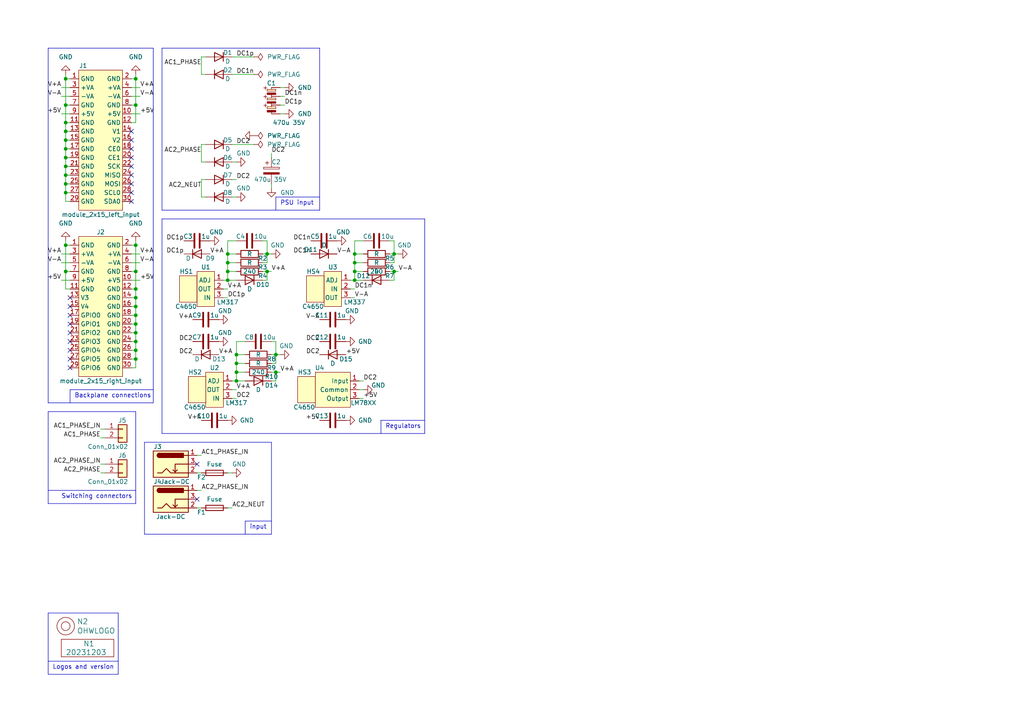
<source format=kicad_sch>
(kicad_sch (version 20230121) (generator eeschema)
  (paper "A4")
  (lib_symbols
    (symbol "Connector:Barrel_Jack_Switch" (pin_names hide)
      (property "Reference" "J" (at 0 5.334 0))
      (property "Value" "Barrel_Jack_Switch" (at 0 -5.08 0))
      (symbol "Barrel_Jack_Switch_0_1"
        (rectangle (start -5.08 3.81) (end 5.08 -3.81) (stroke (width 0.254)) (fill (type background)))
        (arc (start -3.302 3.175) (mid -3.9343 2.54) (end -3.302 1.905) (stroke (width 0.254)))
        (arc (start -3.302 3.175) (mid -3.9343 2.54) (end -3.302 1.905) (stroke (width 0.254)) (fill (type outline)))
        (polyline (pts (xy 1.27 -2.286) (xy 1.905 -1.651)) (stroke (width 0.254)))
        (polyline (pts (xy 5.08 2.54) (xy 3.81 2.54)) (stroke (width 0.254)))
        (polyline (pts (xy 5.08 0) (xy 1.27 0) (xy 1.27 -2.286) (xy 0.635 -1.651)) (stroke (width 0.254)))
        (polyline (pts (xy -3.81 -2.54) (xy -2.54 -2.54) (xy -1.27 -1.27) (xy 0 -2.54) (xy 2.54 -2.54) (xy 5.08 -2.54)) (stroke (width 0.254)))
        (rectangle (start 3.683 3.175) (end -3.302 1.905) (stroke (width 0.254)) (fill (type outline)))
      )
      (symbol "Barrel_Jack_Switch_1_1"
        (pin passive line (at 7.62 2.54 180) (length 2.54) (name "~") (number "1"))
        (pin passive line (at 7.62 -2.54 180) (length 2.54) (name "~") (number "2"))
        (pin passive line (at 7.62 0 180) (length 2.54) (name "~") (number "3"))
      )
    )
    (symbol "Connector_Generic:Conn_01x02" (pin_names (offset 1.016) hide)
      (property "Reference" "J" (at 0 2.54 0))
      (property "Value" "Conn_01x02" (at 0 -5.08 0))
      (symbol "Conn_01x02_1_1"
        (rectangle (start -1.27 -2.413) (end 0 -2.667) (stroke (width 0.1524)))
        (rectangle (start -1.27 0.127) (end 0 -0.127) (stroke (width 0.1524)))
        (rectangle (start -1.27 1.27) (end 1.27 -3.81) (stroke (width 0.254)) (fill (type background)))
        (pin passive line (at -5.08 0 0) (length 3.81) (name "Pin_1") (number "1"))
        (pin passive line (at -5.08 -2.54 0) (length 3.81) (name "Pin_2") (number "2"))
      )
    )
    (symbol "Device:C" (pin_numbers hide) (pin_names (offset 0.254))
      (property "Reference" "C" (at 0.635 2.54 0))
      (property "Value" "C" (at 0.635 -2.54 0))
      (symbol "C_0_1"
        (polyline (pts (xy -2.032 -0.762) (xy 2.032 -0.762)) (stroke (width 0.508)))
        (polyline (pts (xy -2.032 0.762) (xy 2.032 0.762)) (stroke (width 0.508)))
      )
      (symbol "C_1_1"
        (pin passive line (at 0 3.81 270) (length 2.794) (name "~") (number "1"))
        (pin passive line (at 0 -3.81 90) (length 2.794) (name "~") (number "2"))
      )
    )
    (symbol "Device:C_Polarized" (pin_numbers hide) (pin_names (offset 0.254))
      (property "Reference" "C" (at 0.635 2.54 0))
      (property "Value" "C_Polarized" (at 0.635 -2.54 0))
      (symbol "C_Polarized_0_1"
        (rectangle (start -2.286 0.508) (end 2.286 1.016))
        (polyline (pts (xy -1.778 2.286) (xy -0.762 2.286)))
        (polyline (pts (xy -1.27 2.794) (xy -1.27 1.778)))
        (rectangle (start 2.286 -0.508) (end -2.286 -1.016) (fill (type outline)))
      )
      (symbol "C_Polarized_1_1"
        (pin passive line (at 0 3.81 270) (length 2.794) (name "~") (number "1"))
        (pin passive line (at 0 -3.81 90) (length 2.794) (name "~") (number "2"))
      )
    )
    (symbol "Device:D" (pin_numbers hide) (pin_names (offset 1.016) hide)
      (property "Reference" "D" (at 0 2.54 0))
      (property "Value" "D" (at 0 -2.54 0))
      (symbol "D_0_1"
        (polyline (pts (xy -1.27 1.27) (xy -1.27 -1.27)) (stroke (width 0.254)))
        (polyline (pts (xy 1.27 0) (xy -1.27 0)))
        (polyline (pts (xy 1.27 1.27) (xy 1.27 -1.27) (xy -1.27 0) (xy 1.27 1.27)) (stroke (width 0.254)))
      )
      (symbol "D_1_1"
        (pin passive line (at -3.81 0 0) (length 2.54) (name "K") (number "1"))
        (pin passive line (at 3.81 0 180) (length 2.54) (name "A") (number "2"))
      )
    )
    (symbol "Device:Fuse" (pin_numbers hide) (pin_names (offset 0))
      (property "Reference" "F" (at 2.032 0 90))
      (property "Value" "Fuse" (at -1.905 0 90))
      (symbol "Fuse_0_1"
        (rectangle (start -0.762 -2.54) (end 0.762 2.54) (stroke (width 0.254)))
        (polyline (pts (xy 0 2.54) (xy 0 -2.54)))
      )
      (symbol "Fuse_1_1"
        (pin passive line (at 0 3.81 270) (length 1.27) (name "~") (number "1"))
        (pin passive line (at 0 -3.81 90) (length 1.27) (name "~") (number "2"))
      )
    )
    (symbol "Device:R" (pin_numbers hide) (pin_names (offset 0))
      (property "Reference" "R" (at 2.032 0 90))
      (property "Value" "R" (at 0 0 90))
      (symbol "R_0_1"
        (rectangle (start -1.016 -2.54) (end 1.016 2.54) (stroke (width 0.254)))
      )
      (symbol "R_1_1"
        (pin passive line (at 0 3.81 270) (length 1.27) (name "~") (number "1"))
        (pin passive line (at 0 -3.81 90) (length 1.27) (name "~") (number "2"))
      )
    )
    (symbol "SquantorConnectorsNamed:module_2x15_left_input"
      (property "Reference" "J" (at 0 21.59 0))
      (property "Value" "module_2x15_left_input" (at 0 -21.59 0))
      (symbol "module_2x15_left_input_0_1"
        (rectangle (start -6.35 20.32) (end 6.35 -20.32) (fill (type background)))
      )
      (symbol "module_2x15_left_input_1_1"
        (pin power_in line (at -8.89 17.78 0) (length 2.54) (name "GND") (number "1"))
        (pin power_in line (at 8.89 7.62 180) (length 2.54) (name "+5V") (number "10"))
        (pin power_in line (at -8.89 5.08 0) (length 2.54) (name "GND") (number "11"))
        (pin power_in line (at 8.89 5.08 180) (length 2.54) (name "GND") (number "12"))
        (pin power_in line (at -8.89 2.54 0) (length 2.54) (name "GND") (number "13"))
        (pin power_in line (at 8.89 2.54 180) (length 2.54) (name "V1") (number "14"))
        (pin power_in line (at -8.89 0 0) (length 2.54) (name "GND") (number "15"))
        (pin power_in line (at 8.89 0 180) (length 2.54) (name "V2") (number "16"))
        (pin power_in line (at -8.89 -2.54 0) (length 2.54) (name "GND") (number "17"))
        (pin input line (at 8.89 -2.54 180) (length 2.54) (name "CE0") (number "18"))
        (pin power_in line (at -8.89 -5.08 0) (length 2.54) (name "GND") (number "19"))
        (pin power_in line (at 8.89 17.78 180) (length 2.54) (name "GND") (number "2"))
        (pin input line (at 8.89 -5.08 180) (length 2.54) (name "CE1") (number "20"))
        (pin power_in line (at -8.89 -7.62 0) (length 2.54) (name "GND") (number "21"))
        (pin input line (at 8.89 -7.62 180) (length 2.54) (name "SCK") (number "22"))
        (pin power_in line (at -8.89 -10.16 0) (length 2.54) (name "GND") (number "23"))
        (pin bidirectional line (at 8.89 -10.16 180) (length 2.54) (name "MISO") (number "24"))
        (pin power_in line (at -8.89 -12.7 0) (length 2.54) (name "GND") (number "25"))
        (pin input line (at 8.89 -12.7 180) (length 2.54) (name "MOSI") (number "26"))
        (pin power_in line (at -8.89 -15.24 0) (length 2.54) (name "GND") (number "27"))
        (pin bidirectional line (at 8.89 -15.24 180) (length 2.54) (name "SCL0") (number "28"))
        (pin power_in line (at -8.89 -17.78 0) (length 2.54) (name "GND") (number "29"))
        (pin power_in line (at -8.89 15.24 0) (length 2.54) (name "+VA") (number "3"))
        (pin bidirectional line (at 8.89 -17.78 180) (length 2.54) (name "SDA0") (number "30"))
        (pin power_in line (at 8.89 15.24 180) (length 2.54) (name "+VA") (number "4"))
        (pin power_in line (at -8.89 12.7 0) (length 2.54) (name "-VA") (number "5"))
        (pin power_in line (at 8.89 12.7 180) (length 2.54) (name "-VA") (number "6"))
        (pin power_in line (at -8.89 10.16 0) (length 2.54) (name "GND") (number "7"))
        (pin power_in line (at 8.89 10.16 180) (length 2.54) (name "GND") (number "8"))
        (pin power_in line (at -8.89 7.62 0) (length 2.54) (name "+5V") (number "9"))
      )
    )
    (symbol "SquantorConnectorsNamed:module_2x15_right_input"
      (property "Reference" "J" (at 0 19.05 0))
      (property "Value" "module_2x15_right_input" (at 0 -24.13 0))
      (symbol "module_2x15_right_input_0_1"
        (rectangle (start -6.35 17.78) (end 6.35 -22.86) (fill (type background)))
      )
      (symbol "module_2x15_right_input_1_1"
        (pin power_in line (at -8.89 15.24 0) (length 2.54) (name "GND") (number "1"))
        (pin power_in line (at 8.89 5.08 180) (length 2.54) (name "+V5") (number "10"))
        (pin power_in line (at -8.89 2.54 0) (length 2.54) (name "GND") (number "11"))
        (pin power_in line (at 8.89 2.54 180) (length 2.54) (name "GND") (number "12"))
        (pin power_in line (at -8.89 0 0) (length 2.54) (name "V3") (number "13"))
        (pin power_in line (at 8.89 0 180) (length 2.54) (name "GND") (number "14"))
        (pin power_in line (at -8.89 -2.54 0) (length 2.54) (name "V4") (number "15"))
        (pin power_in line (at 8.89 -2.54 180) (length 2.54) (name "GND") (number "16"))
        (pin bidirectional line (at -8.89 -5.08 0) (length 2.54) (name "GPIO0") (number "17"))
        (pin power_in line (at 8.89 -5.08 180) (length 2.54) (name "GND") (number "18"))
        (pin bidirectional line (at -8.89 -7.62 0) (length 2.54) (name "GPIO1") (number "19"))
        (pin power_in line (at 8.89 15.24 180) (length 2.54) (name "GND") (number "2"))
        (pin power_in line (at 8.89 -7.62 180) (length 2.54) (name "GND") (number "20"))
        (pin bidirectional line (at -8.89 -10.16 0) (length 2.54) (name "GPIO2") (number "21"))
        (pin power_in line (at 8.89 -10.16 180) (length 2.54) (name "GND") (number "22"))
        (pin bidirectional line (at -8.89 -12.7 0) (length 2.54) (name "GPIO3") (number "23"))
        (pin power_in line (at 8.89 -12.7 180) (length 2.54) (name "GND") (number "24"))
        (pin bidirectional line (at -8.89 -15.24 0) (length 2.54) (name "GPIO4") (number "25"))
        (pin power_in line (at 8.89 -15.24 180) (length 2.54) (name "GND") (number "26"))
        (pin bidirectional line (at -8.89 -17.78 0) (length 2.54) (name "GPIO5") (number "27"))
        (pin power_in line (at 8.89 -17.78 180) (length 2.54) (name "GND") (number "28"))
        (pin bidirectional line (at -8.89 -20.32 0) (length 2.54) (name "GPIO6") (number "29"))
        (pin power_in line (at -8.89 12.7 0) (length 2.54) (name "+VA") (number "3"))
        (pin power_in line (at 8.89 -20.32 180) (length 2.54) (name "GND") (number "30"))
        (pin power_in line (at 8.89 12.7 180) (length 2.54) (name "+VA") (number "4"))
        (pin power_in line (at -8.89 10.16 0) (length 2.54) (name "-VA") (number "5"))
        (pin power_in line (at 8.89 10.16 180) (length 2.54) (name "-VA") (number "6"))
        (pin power_in line (at -8.89 7.62 0) (length 2.54) (name "GND") (number "7"))
        (pin power_in line (at 8.89 7.62 180) (length 2.54) (name "GND") (number "8"))
        (pin power_in line (at -8.89 5.08 0) (length 2.54) (name "+5V") (number "9"))
      )
    )
    (symbol "SquantorDevice:C_Polarized_3x" (pin_numbers hide) (pin_names hide)
      (property "Reference" "C" (at 0 5.08 0))
      (property "Value" "C_Polarized_3x" (at 0 -5.08 0))
      (symbol "C_Polarized_3x_0_0"
        (polyline (pts (xy 0 -3.302) (xy 0 -3.81)))
        (polyline (pts (xy 0 -0.762) (xy 0 -1.778)))
        (polyline (pts (xy 0 1.778) (xy 0 0.762)))
        (polyline (pts (xy 0 3.81) (xy 0 3.302)))
        (text "+" (at -1.778 -1.27 0) (effects (font (size 1.27 1.27))))
        (text "+" (at -1.778 1.27 0) (effects (font (size 1.27 1.27))))
        (text "+" (at -1.778 3.81 0) (effects (font (size 1.27 1.27))))
      )
      (symbol "C_Polarized_3x_0_1"
        (rectangle (start -1.27 -3.302) (end 1.27 -2.794) (fill (type outline)))
        (rectangle (start -1.27 -1.778) (end 1.27 -2.286) (fill (type background)))
        (rectangle (start -1.27 -0.762) (end 1.27 -0.254) (fill (type outline)))
        (rectangle (start -1.27 0.762) (end 1.27 0.254) (fill (type background)))
        (rectangle (start -1.27 1.778) (end 1.27 2.286) (fill (type outline)))
        (rectangle (start -1.27 3.302) (end 1.27 2.794) (fill (type background)))
      )
      (symbol "C_Polarized_3x_1_1"
        (pin passive line (at 2.54 3.81 180) (length 2.54) (name "~") (number "1"))
        (pin passive line (at 2.54 1.27 180) (length 2.54) (name "~") (number "2"))
        (pin passive line (at 2.54 -1.27 180) (length 2.54) (name "~") (number "3"))
        (pin passive line (at 2.54 -3.81 180) (length 2.54) (name "~") (number "4"))
      )
    )
    (symbol "SquantorGenericAnalog:LM317" (pin_names (offset 1.016))
      (property "Reference" "U" (at 0 6.35 0))
      (property "Value" "LM317" (at 0 -6.35 0))
      (symbol "LM317_0_1"
        (polyline (pts (xy -2.54 5.08) (xy -2.54 -5.08) (xy 2.54 -5.08) (xy 2.54 5.08) (xy -2.54 5.08)) (fill (type background)))
      )
      (symbol "LM317_1_1"
        (pin input line (at -5.08 2.54 0) (length 2.54) (name "ADJ") (number "1"))
        (pin power_out line (at -5.08 0 0) (length 2.54) (name "OUT") (number "2"))
        (pin power_in line (at -5.08 -2.54 0) (length 2.54) (name "IN") (number "3"))
      )
    )
    (symbol "SquantorGenericAnalog:LM337" (pin_names (offset 1.016))
      (property "Reference" "U" (at 0 6.35 0))
      (property "Value" "LM337" (at 0 -6.35 0))
      (symbol "LM337_0_1"
        (polyline (pts (xy -2.54 5.08) (xy -2.54 -5.08) (xy 2.54 -5.08) (xy 2.54 5.08) (xy -2.54 5.08)) (fill (type background)))
      )
      (symbol "LM337_1_1"
        (pin input line (at -5.08 2.54 0) (length 2.54) (name "ADJ") (number "1"))
        (pin power_in line (at -5.08 0 0) (length 2.54) (name "IN") (number "2"))
        (pin power_out line (at -5.08 -2.54 0) (length 2.54) (name "OUT") (number "3"))
      )
    )
    (symbol "SquantorGenericAnalog:LM78XX"
      (property "Reference" "U" (at -3.81 6.35 0))
      (property "Value" "LM78XX" (at 1.27 -6.35 0))
      (symbol "LM78XX_0_1"
        (rectangle (start -5.08 5.08) (end 5.08 -5.08) (fill (type background)))
      )
      (symbol "LM78XX_1_1"
        (pin power_in line (at -7.62 2.54 0) (length 2.54) (name "Input") (number "1"))
        (pin power_in line (at -7.62 0 0) (length 2.54) (name "Common") (number "2"))
        (pin power_out line (at -7.62 -2.54 0) (length 2.54) (name "Output") (number "3"))
      )
    )
    (symbol "SquantorLabels:OHWLOGO" (pin_names (offset 1.016))
      (property "Reference" "N" (at 0 3.81 0))
      (property "Value" "OHWLOGO" (at 0 -3.81 0))
      (symbol "OHWLOGO_0_1"
        (circle (center 0 0) (radius 1.27))
        (circle (center 0 0) (radius 2.54))
      )
    )
    (symbol "SquantorLabels:VYYYYMMDD" (pin_names (offset 1.016))
      (property "Reference" "N" (at 0 2.54 0))
      (property "Value" "VYYYYMMDD" (at 0 0 0))
      (symbol "VYYYYMMDD_0_1"
        (rectangle (start 7.62 -1.27) (end -7.62 3.81))
      )
    )
    (symbol "SquantorSpecial:Heatsink" (pin_names (offset 1.016))
      (property "Reference" "HS" (at 0 3.81 0))
      (property "Value" "Heatsink" (at 0 -3.81 0))
      (symbol "Heatsink_0_1"
        (rectangle (start -3.81 2.54) (end 3.81 -2.54) (fill (type background)))
      )
    )
    (symbol "power:GND" (power) (pin_names (offset 0))
      (property "Value" "GND" (at 0 -3.81 0))
      (symbol "GND_0_1"
        (polyline (pts (xy 0 0) (xy 0 -1.27) (xy 1.27 -1.27) (xy 0 -2.54) (xy -1.27 -1.27) (xy 0 -1.27)))
      )
      (symbol "GND_1_1"
        (pin power_in line (at 0 0 270) (length 0) hide (name "GND") (number "1"))
      )
    )
    (symbol "power:PWR_FLAG" (power) (pin_numbers hide) (pin_names (offset 0) hide)
      (property "Value" "PWR_FLAG" (at 0 3.81 0))
      (symbol "PWR_FLAG_0_0"
        (pin power_out line (at 0 0 90) (length 0) (name "pwr") (number "1"))
      )
      (symbol "PWR_FLAG_0_1"
        (polyline (pts (xy 0 0) (xy 0 1.27) (xy -1.016 1.905) (xy 0 2.54) (xy 1.016 1.905) (xy 0 1.27)))
      )
    )
  )
  (junction (at 19.05 71.12))
  (junction (at 102.87 76.2))
  (junction (at 102.87 78.74))
  (junction (at 19.05 38.1))
  (junction (at 39.37 101.6))
  (junction (at 19.05 48.26))
  (junction (at 19.05 55.88))
  (junction (at 39.37 91.44))
  (junction (at 39.37 22.86))
  (junction (at 19.05 35.56))
  (junction (at 39.37 88.9))
  (junction (at 19.05 40.64))
  (junction (at 39.37 104.14))
  (junction (at 102.87 73.66))
  (junction (at 114.3 73.66))
  (junction (at 19.05 53.34))
  (junction (at 80.01 102.87))
  (junction (at 68.58 107.95))
  (junction (at 77.47 78.74))
  (junction (at 19.05 78.74))
  (junction (at 39.37 96.52))
  (junction (at 39.37 86.36))
  (junction (at 102.87 81.28))
  (junction (at 66.04 78.74))
  (junction (at 66.04 81.28))
  (junction (at 68.58 102.87))
  (junction (at 77.47 73.66))
  (junction (at 68.58 105.41))
  (junction (at 66.04 73.66))
  (junction (at 19.05 50.8))
  (junction (at 80.01 107.95))
  (junction (at 39.37 30.48))
  (junction (at 66.04 76.2))
  (junction (at 114.3 78.74))
  (junction (at 19.05 43.18))
  (junction (at 19.05 30.48))
  (junction (at 19.05 45.72))
  (junction (at 39.37 71.12))
  (junction (at 68.58 110.49))
  (junction (at 39.37 99.06))
  (junction (at 19.05 22.86))
  (junction (at 39.37 93.98))
  (junction (at 39.37 78.74))
  (junction (at 39.37 83.82))
  (no_connect (at 38.1 50.8))
  (no_connect (at 38.1 38.1))
  (no_connect (at 38.1 55.88))
  (no_connect (at 38.1 43.18))
  (no_connect (at 20.32 99.06))
  (no_connect (at 38.1 48.26))
  (no_connect (at 20.32 86.36))
  (no_connect (at 20.32 88.9))
  (no_connect (at 38.1 40.64))
  (no_connect (at 20.32 104.14))
  (no_connect (at 38.1 53.34))
  (no_connect (at 20.32 96.52))
  (no_connect (at 20.32 106.68))
  (no_connect (at 38.1 58.42))
  (no_connect (at 38.1 45.72))
  (no_connect (at 57.15 144.78))
  (no_connect (at 20.32 91.44))
  (no_connect (at 20.32 93.98))
  (no_connect (at 57.15 134.62))
  (no_connect (at 20.32 101.6))
  (wire (pts (xy 114.3 81.28) (xy 114.3 78.74)))
  (polyline (pts (xy 20.32 113.03) (xy 20.32 116.84)))
  (wire (pts (xy 29.21 134.62) (xy 30.48 134.62)))
  (wire (pts (xy 57.15 137.16) (xy 58.42 137.16)))
  (wire (pts (xy 19.05 53.34) (xy 19.05 55.88)))
  (wire (pts (xy 80.01 105.41) (xy 80.01 102.87)))
  (wire (pts (xy 114.3 73.66) (xy 114.3 69.85)))
  (wire (pts (xy 19.05 35.56) (xy 19.05 38.1)))
  (wire (pts (xy 19.05 45.72) (xy 20.32 45.72)))
  (wire (pts (xy 19.05 30.48) (xy 20.32 30.48)))
  (polyline (pts (xy 123.19 121.92) (xy 110.49 121.92)))
  (wire (pts (xy 19.05 43.18) (xy 20.32 43.18)))
  (wire (pts (xy 113.03 73.66) (xy 114.3 73.66)))
  (wire (pts (xy 101.6 81.28) (xy 102.87 81.28)))
  (wire (pts (xy 19.05 55.88) (xy 20.32 55.88)))
  (wire (pts (xy 19.05 22.86) (xy 19.05 30.48)))
  (polyline (pts (xy 123.19 125.73) (xy 123.19 63.5)))
  (wire (pts (xy 67.31 113.03) (xy 68.58 113.03)))
  (wire (pts (xy 68.58 99.06) (xy 68.58 102.87)))
  (wire (pts (xy 81.28 33.02) (xy 82.55 33.02)))
  (wire (pts (xy 68.58 105.41) (xy 71.12 105.41)))
  (wire (pts (xy 57.15 147.32) (xy 58.42 147.32)))
  (wire (pts (xy 38.1 25.4) (xy 40.64 25.4)))
  (wire (pts (xy 39.37 71.12) (xy 39.37 69.85)))
  (wire (pts (xy 19.05 45.72) (xy 19.05 48.26)))
  (wire (pts (xy 39.37 88.9) (xy 39.37 86.36)))
  (polyline (pts (xy 13.97 177.8) (xy 13.97 195.58)))
  (wire (pts (xy 67.31 57.15) (xy 68.58 57.15)))
  (polyline (pts (xy 41.91 128.27) (xy 41.91 154.94)))
  (polyline (pts (xy 34.29 177.8) (xy 13.97 177.8)))
  (wire (pts (xy 38.1 76.2) (xy 40.64 76.2)))
  (wire (pts (xy 19.05 21.59) (xy 19.05 22.86)))
  (wire (pts (xy 64.77 83.82) (xy 66.04 83.82)))
  (polyline (pts (xy 46.99 13.97) (xy 46.99 60.96)))
  (wire (pts (xy 80.01 102.87) (xy 81.28 102.87)))
  (wire (pts (xy 39.37 91.44) (xy 39.37 88.9)))
  (wire (pts (xy 38.1 81.28) (xy 40.64 81.28)))
  (wire (pts (xy 58.42 52.07) (xy 58.42 57.15)))
  (wire (pts (xy 59.69 16.51) (xy 58.42 16.51)))
  (polyline (pts (xy 46.99 63.5) (xy 123.19 63.5)))
  (wire (pts (xy 104.14 113.03) (xy 105.41 113.03)))
  (polyline (pts (xy 78.74 151.13) (xy 71.12 151.13)))
  (polyline (pts (xy 13.97 146.05) (xy 39.37 146.05)))
  (polyline (pts (xy 44.45 116.84) (xy 44.45 13.97)))
  (wire (pts (xy 38.1 73.66) (xy 40.64 73.66)))
  (wire (pts (xy 113.03 76.2) (xy 114.3 76.2)))
  (wire (pts (xy 59.69 57.15) (xy 58.42 57.15)))
  (wire (pts (xy 19.05 38.1) (xy 19.05 40.64)))
  (wire (pts (xy 39.37 22.86) (xy 38.1 22.86)))
  (wire (pts (xy 19.05 50.8) (xy 19.05 53.34)))
  (wire (pts (xy 102.87 76.2) (xy 102.87 78.74)))
  (wire (pts (xy 80.01 102.87) (xy 80.01 99.06)))
  (wire (pts (xy 59.69 21.59) (xy 58.42 21.59)))
  (wire (pts (xy 39.37 35.56) (xy 38.1 35.56)))
  (wire (pts (xy 39.37 106.68) (xy 39.37 104.14)))
  (wire (pts (xy 68.58 73.66) (xy 66.04 73.66)))
  (polyline (pts (xy 41.91 128.27) (xy 78.74 128.27)))
  (wire (pts (xy 58.42 41.91) (xy 58.42 46.99)))
  (wire (pts (xy 17.78 27.94) (xy 20.32 27.94)))
  (wire (pts (xy 66.04 73.66) (xy 66.04 76.2)))
  (wire (pts (xy 66.04 76.2) (xy 68.58 76.2)))
  (polyline (pts (xy 92.71 13.97) (xy 92.71 60.96)))
  (polyline (pts (xy 13.97 116.84) (xy 44.45 116.84)))
  (polyline (pts (xy 13.97 119.38) (xy 13.97 146.05)))
  (wire (pts (xy 71.12 99.06) (xy 68.58 99.06)))
  (wire (pts (xy 102.87 73.66) (xy 102.87 76.2)))
  (wire (pts (xy 19.05 43.18) (xy 19.05 45.72)))
  (wire (pts (xy 81.28 30.48) (xy 82.55 30.48)))
  (wire (pts (xy 39.37 30.48) (xy 39.37 35.56)))
  (wire (pts (xy 19.05 38.1) (xy 20.32 38.1)))
  (wire (pts (xy 78.74 44.45) (xy 78.74 45.72)))
  (wire (pts (xy 67.31 21.59) (xy 73.66 21.59)))
  (polyline (pts (xy 78.74 128.27) (xy 78.74 154.94)))
  (wire (pts (xy 38.1 106.68) (xy 39.37 106.68)))
  (wire (pts (xy 58.42 52.07) (xy 59.69 52.07)))
  (wire (pts (xy 19.05 58.42) (xy 20.32 58.42)))
  (wire (pts (xy 76.2 73.66) (xy 77.47 73.66)))
  (wire (pts (xy 38.1 104.14) (xy 39.37 104.14)))
  (wire (pts (xy 19.05 71.12) (xy 19.05 69.85)))
  (wire (pts (xy 38.1 86.36) (xy 39.37 86.36)))
  (polyline (pts (xy 46.99 125.73) (xy 123.19 125.73)))
  (wire (pts (xy 66.04 137.16) (xy 67.31 137.16)))
  (wire (pts (xy 68.58 102.87) (xy 68.58 105.41)))
  (wire (pts (xy 17.78 76.2) (xy 20.32 76.2)))
  (wire (pts (xy 77.47 69.85) (xy 76.2 69.85)))
  (wire (pts (xy 17.78 81.28) (xy 20.32 81.28)))
  (polyline (pts (xy 71.12 151.13) (xy 71.12 154.94)))
  (wire (pts (xy 39.37 21.59) (xy 39.37 22.86)))
  (wire (pts (xy 19.05 48.26) (xy 19.05 50.8)))
  (wire (pts (xy 78.74 107.95) (xy 80.01 107.95)))
  (wire (pts (xy 19.05 35.56) (xy 20.32 35.56)))
  (wire (pts (xy 19.05 48.26) (xy 20.32 48.26)))
  (wire (pts (xy 104.14 110.49) (xy 105.41 110.49)))
  (wire (pts (xy 29.21 127) (xy 30.48 127)))
  (wire (pts (xy 38.1 27.94) (xy 40.64 27.94)))
  (wire (pts (xy 19.05 50.8) (xy 20.32 50.8)))
  (wire (pts (xy 77.47 76.2) (xy 77.47 73.66)))
  (wire (pts (xy 68.58 105.41) (xy 68.58 107.95)))
  (wire (pts (xy 19.05 30.48) (xy 19.05 35.56)))
  (wire (pts (xy 113.03 78.74) (xy 114.3 78.74)))
  (wire (pts (xy 39.37 101.6) (xy 39.37 99.06)))
  (wire (pts (xy 77.47 81.28) (xy 77.47 78.74)))
  (polyline (pts (xy 44.45 113.03) (xy 20.32 113.03)))
  (wire (pts (xy 114.3 69.85) (xy 113.03 69.85)))
  (wire (pts (xy 38.1 83.82) (xy 39.37 83.82)))
  (wire (pts (xy 67.31 115.57) (xy 68.58 115.57)))
  (polyline (pts (xy 46.99 60.96) (xy 92.71 60.96)))
  (wire (pts (xy 19.05 53.34) (xy 20.32 53.34)))
  (wire (pts (xy 39.37 78.74) (xy 39.37 71.12)))
  (wire (pts (xy 38.1 96.52) (xy 39.37 96.52)))
  (polyline (pts (xy 46.99 63.5) (xy 46.99 125.73)))
  (wire (pts (xy 67.31 52.07) (xy 68.58 52.07)))
  (wire (pts (xy 66.04 147.32) (xy 67.31 147.32)))
  (wire (pts (xy 102.87 78.74) (xy 105.41 78.74)))
  (wire (pts (xy 80.01 110.49) (xy 80.01 107.95)))
  (wire (pts (xy 64.77 81.28) (xy 66.04 81.28)))
  (wire (pts (xy 57.15 142.24) (xy 58.42 142.24)))
  (wire (pts (xy 68.58 107.95) (xy 71.12 107.95)))
  (wire (pts (xy 102.87 76.2) (xy 105.41 76.2)))
  (wire (pts (xy 105.41 73.66) (xy 102.87 73.66)))
  (wire (pts (xy 57.15 132.08) (xy 58.42 132.08)))
  (wire (pts (xy 19.05 40.64) (xy 19.05 43.18)))
  (wire (pts (xy 105.41 81.28) (xy 102.87 81.28)))
  (wire (pts (xy 78.74 102.87) (xy 80.01 102.87)))
  (wire (pts (xy 29.21 124.46) (xy 30.48 124.46)))
  (wire (pts (xy 39.37 30.48) (xy 38.1 30.48)))
  (wire (pts (xy 114.3 78.74) (xy 115.57 78.74)))
  (wire (pts (xy 77.47 73.66) (xy 77.47 69.85)))
  (wire (pts (xy 39.37 99.06) (xy 39.37 96.52)))
  (polyline (pts (xy 34.29 195.58) (xy 34.29 177.8)))
  (wire (pts (xy 17.78 25.4) (xy 20.32 25.4)))
  (wire (pts (xy 39.37 86.36) (xy 39.37 83.82)))
  (wire (pts (xy 101.6 86.36) (xy 102.87 86.36)))
  (polyline (pts (xy 13.97 195.58) (xy 34.29 195.58)))
  (wire (pts (xy 39.37 93.98) (xy 39.37 91.44)))
  (wire (pts (xy 102.87 81.28) (xy 102.87 78.74)))
  (wire (pts (xy 38.1 78.74) (xy 39.37 78.74)))
  (polyline (pts (xy 13.97 13.97) (xy 13.97 116.84)))
  (wire (pts (xy 113.03 81.28) (xy 114.3 81.28)))
  (wire (pts (xy 71.12 110.49) (xy 68.58 110.49)))
  (wire (pts (xy 68.58 110.49) (xy 68.58 107.95)))
  (wire (pts (xy 66.04 76.2) (xy 66.04 78.74)))
  (wire (pts (xy 78.74 53.34) (xy 78.74 54.61)))
  (wire (pts (xy 66.04 78.74) (xy 68.58 78.74)))
  (wire (pts (xy 66.04 69.85) (xy 66.04 73.66)))
  (wire (pts (xy 81.28 25.4) (xy 82.55 25.4)))
  (wire (pts (xy 71.12 102.87) (xy 68.58 102.87)))
  (wire (pts (xy 29.21 137.16) (xy 30.48 137.16)))
  (wire (pts (xy 38.1 71.12) (xy 39.37 71.12)))
  (wire (pts (xy 67.31 110.49) (xy 68.58 110.49)))
  (wire (pts (xy 67.31 16.51) (xy 73.66 16.51)))
  (wire (pts (xy 101.6 83.82) (xy 102.87 83.82)))
  (wire (pts (xy 39.37 96.52) (xy 39.37 93.98)))
  (wire (pts (xy 67.31 46.99) (xy 68.58 46.99)))
  (polyline (pts (xy 39.37 146.05) (xy 39.37 119.38)))
  (wire (pts (xy 64.77 86.36) (xy 66.04 86.36)))
  (wire (pts (xy 17.78 73.66) (xy 20.32 73.66)))
  (polyline (pts (xy 13.97 142.24) (xy 39.37 142.24)))
  (wire (pts (xy 114.3 73.66) (xy 115.57 73.66)))
  (wire (pts (xy 39.37 22.86) (xy 39.37 30.48)))
  (wire (pts (xy 17.78 33.02) (xy 20.32 33.02)))
  (wire (pts (xy 39.37 83.82) (xy 39.37 78.74)))
  (wire (pts (xy 38.1 91.44) (xy 39.37 91.44)))
  (wire (pts (xy 77.47 78.74) (xy 78.74 78.74)))
  (wire (pts (xy 80.01 99.06) (xy 78.74 99.06)))
  (polyline (pts (xy 78.74 154.94) (xy 41.91 154.94)))
  (wire (pts (xy 19.05 83.82) (xy 19.05 78.74)))
  (wire (pts (xy 39.37 104.14) (xy 39.37 101.6)))
  (wire (pts (xy 38.1 88.9) (xy 39.37 88.9)))
  (wire (pts (xy 80.01 107.95) (xy 81.28 107.95)))
  (wire (pts (xy 19.05 55.88) (xy 19.05 58.42)))
  (wire (pts (xy 59.69 41.91) (xy 58.42 41.91)))
  (wire (pts (xy 19.05 78.74) (xy 19.05 71.12)))
  (wire (pts (xy 20.32 78.74) (xy 19.05 78.74)))
  (wire (pts (xy 76.2 81.28) (xy 77.47 81.28)))
  (wire (pts (xy 102.87 69.85) (xy 102.87 73.66)))
  (wire (pts (xy 38.1 101.6) (xy 39.37 101.6)))
  (wire (pts (xy 38.1 93.98) (xy 39.37 93.98)))
  (wire (pts (xy 19.05 22.86) (xy 20.32 22.86)))
  (wire (pts (xy 78.74 105.41) (xy 80.01 105.41)))
  (polyline (pts (xy 110.49 121.92) (xy 110.49 125.73)))
  (polyline (pts (xy 92.71 57.15) (xy 80.01 57.15)))
  (polyline (pts (xy 39.37 119.38) (xy 13.97 119.38)))
  (wire (pts (xy 76.2 76.2) (xy 77.47 76.2)))
  (wire (pts (xy 114.3 76.2) (xy 114.3 73.66)))
  (wire (pts (xy 20.32 83.82) (xy 19.05 83.82)))
  (wire (pts (xy 68.58 81.28) (xy 66.04 81.28)))
  (wire (pts (xy 38.1 33.02) (xy 40.64 33.02)))
  (wire (pts (xy 58.42 16.51) (xy 58.42 21.59)))
  (polyline (pts (xy 80.01 57.15) (xy 80.01 60.96)))
  (wire (pts (xy 38.1 99.06) (xy 39.37 99.06)))
  (wire (pts (xy 20.32 71.12) (xy 19.05 71.12)))
  (wire (pts (xy 19.05 40.64) (xy 20.32 40.64)))
  (polyline (pts (xy 13.97 191.77) (xy 34.29 191.77)))
  (wire (pts (xy 77.47 73.66) (xy 78.74 73.66)))
  (polyline (pts (xy 44.45 13.97) (xy 13.97 13.97)))
  (wire (pts (xy 76.2 78.74) (xy 77.47 78.74)))
  (wire (pts (xy 81.28 27.94) (xy 82.55 27.94)))
  (wire (pts (xy 78.74 110.49) (xy 80.01 110.49)))
  (polyline (pts (xy 92.71 13.97) (xy 46.99 13.97)))
  (wire (pts (xy 104.14 115.57) (xy 105.41 115.57)))
  (wire (pts (xy 105.41 69.85) (xy 102.87 69.85)))
  (wire (pts (xy 67.31 41.91) (xy 73.66 41.91)))
  (wire (pts (xy 68.58 69.85) (xy 66.04 69.85)))
  (wire (pts (xy 59.69 46.99) (xy 58.42 46.99)))
  (wire (pts (xy 66.04 81.28) (xy 66.04 78.74)))
  (text "Backplane connections" (at 21.59 115.57 0) (effects (font (size 1.27 1.27)) (justify left bottom)))
  (text "input" (at 72.39 153.67 0) (effects (font (size 1.27 1.27)) (justify left bottom)))
  (text "Logos and version" (at 15.24 194.31 0) (effects (font (size 1.27 1.27)) (justify left bottom)))
  (text "PSU input" (at 81.28 59.69 0) (effects (font (size 1.27 1.27)) (justify left bottom)))
  (text "Switching connectors" (at 17.78 144.78 0) (effects (font (size 1.27 1.27)) (justify left bottom)))
  (text "Regulators" (at 111.76 124.46 0) (effects (font (size 1.27 1.27)) (justify left bottom)))
  (label "+5V" (at 40.64 33.02 0))
  (label "DC1n" (at 102.87 83.82 0))
  (label "DC2" (at 68.58 52.07 0))
  (label "V+A" (at 78.74 78.74 0))
  (label "AC2_NEUT" (at 58.42 54.61 180))
  (label "AC2_PHASE_IN" (at 29.21 134.62 180))
  (label "DC2" (at 78.74 44.45 0))
  (label "+5V" (at 100.33 102.87 0))
  (label "+5V" (at 92.71 121.92 180))
  (label "DC1p" (at 53.34 69.85 180))
  (label "DC1p" (at 53.34 73.66 180))
  (label "V+A" (at 58.42 121.92 180))
  (label "AC1_PHASE" (at 58.42 19.05 180))
  (label "DC1n" (at 90.17 69.85 180))
  (label "V-A" (at 17.78 76.2 180))
  (label "DC2" (at 68.58 115.57 0))
  (label "AC2_PHASE" (at 58.42 44.45 180))
  (label "V+A" (at 55.88 92.71 180))
  (label "AC1_PHASE_IN" (at 58.42 132.08 0))
  (label "V-A" (at 40.64 76.2 0))
  (label "V+A" (at 17.78 73.66 180))
  (label "V-A" (at 102.87 86.36 0))
  (label "DC1p" (at 66.04 86.36 0))
  (label "DC1n" (at 68.58 21.59 0))
  (label "AC1_PHASE_IN" (at 29.21 124.46 180))
  (label "V-A" (at 17.78 27.94 180))
  (label "V+A" (at 63.5 102.87 0))
  (label "V-A" (at 115.57 78.74 0))
  (label "+5V" (at 17.78 33.02 180))
  (label "V+A" (at 40.64 25.4 0))
  (label "V+A" (at 40.64 73.66 0))
  (label "V+A" (at 66.04 83.82 0))
  (label "+5V" (at 105.41 115.57 0))
  (label "DC2" (at 68.58 41.91 0))
  (label "+5V" (at 40.64 81.28 0))
  (label "V-A" (at 40.64 27.94 0))
  (label "DC2" (at 92.71 102.87 180))
  (label "DC1n" (at 82.55 27.94 0))
  (label "AC2_PHASE" (at 29.21 137.16 180))
  (label "V+A" (at 17.78 25.4 180))
  (label "AC2_NEUT" (at 67.31 147.32 0))
  (label "DC1p" (at 68.58 16.51 0))
  (label "DC1p" (at 82.55 30.48 0))
  (label "V+A" (at 68.58 113.03 0))
  (label "V-A" (at 97.79 73.66 0))
  (label "DC1n" (at 90.17 73.66 180))
  (label "DC2" (at 55.88 102.87 180))
  (label "V-A" (at 92.71 92.71 180))
  (label "AC1_PHASE" (at 29.21 127 180))
  (label "DC2" (at 55.88 99.06 180))
  (label "DC2" (at 92.71 99.06 180))
  (label "V+A" (at 81.28 107.95 0))
  (label "+5V" (at 17.78 81.28 180))
  (label "DC2" (at 105.41 110.49 0))
  (label "AC2_PHASE_IN" (at 58.42 142.24 0))
  (label "V+A" (at 60.96 73.66 0))
  (symbol (lib_id "SquantorLabels:VYYYYMMDD") (at 25.4 189.23 0) (unit 1)
    (property "Reference" "N1" (at 24.13 186.69 0) (effects (font (size 1.524 1.524)) (justify left)))
    (property "Value" "20231203" (at 19.05 189.23 0) (effects (font (size 1.524 1.524)) (justify left)))
    (property "Footprint" "SquantorLabels:Label_Generic" (effects hide))
  )
  (symbol (lib_id "SquantorLabels:OHWLOGO") (at 19.05 181.61 0) (unit 1)
    (property "Reference" "N2" (at 22.3012 180.2638 0) (effects (font (size 1.524 1.524)) (justify left)))
    (property "Value" "OHWLOGO" (at 22.3012 182.9562 0) (effects (font (size 1.524 1.524)) (justify left)))
    (property "Footprint" "Symbol:OSHW-Symbol_6.7x6mm_SilkScreen" (effects hide))
  )
  (symbol (lib_id "Device:C") (at 109.22 69.85 90) (unit 1)
    (property "Reference" "C6" (at 107.95 68.58 90) (effects (justify left)))
    (property "Value" "10u" (at 114.3 68.58 90) (effects (justify left)))
    (property "Footprint" "SquantorRcl:C_0805+0603" (effects hide))
  )
  (symbol (lib_id "power:GND") (at 100.33 99.06 90) (unit 1)
    (property "Reference" "#PWR0119" (effects hide))
    (property "Value" "GND" (at 107.95 99.06 90) (effects (justify left)))
  )
  (symbol (lib_id "Device:Fuse") (at 62.23 137.16 90) (unit 1)
    (property "Reference" "F2" (at 58.42 138.43 90))
    (property "Value" "Fuse" (at 62.23 134.62 90))
    (property "Footprint" "SquantorRcl:F_1812-bourns" (effects hide))
  )
  (symbol (lib_id "power:GND") (at 66.04 121.92 90) (unit 1)
    (property "Reference" "#PWR0114" (effects hide))
    (property "Value" "GND" (at 73.66 121.92 90) (effects (justify left)))
  )
  (symbol (lib_id "Device:C") (at 59.69 99.06 90) (unit 1)
    (property "Reference" "C7" (at 58.42 97.79 90) (effects (justify left)))
    (property "Value" "1u" (at 63.5 97.79 90) (effects (justify left)))
    (property "Footprint" "SquantorRcl:C_0805+0603" (effects hide))
  )
  (symbol (lib_id "power:GND") (at 63.5 99.06 90) (unit 1)
    (property "Reference" "#PWR0112" (effects hide))
    (property "Value" "GND" (at 67.31 96.52 90) (effects (justify left)))
  )
  (symbol (lib_id "SquantorSpecial:Heatsink") (at 57.15 113.03 90) (unit 1)
    (property "Reference" "HS2" (at 54.61 107.95 90) (effects (justify right)))
    (property "Value" "C4650" (at 53.34 118.11 90) (effects (justify right)))
    (property "Footprint" "SquantorHeatsink:XSD_C4650" (effects hide))
  )
  (symbol (lib_id "Device:Fuse") (at 62.23 147.32 90) (unit 1)
    (property "Reference" "F1" (at 58.42 148.59 90))
    (property "Value" "Fuse" (at 62.23 144.78 90))
    (property "Footprint" "SquantorRcl:F_1812-bourns" (effects hide))
  )
  (symbol (lib_id "power:GND") (at 73.66 39.37 270) (unit 1)
    (property "Reference" "#PWR04" (effects hide))
    (property "Value" "GND" (effects hide))
  )
  (symbol (lib_id "Device:D") (at 63.5 57.15 0) (unit 1)
    (property "Reference" "D8" (at 66.04 55.88 0))
    (property "Value" "D" (at 66.04 58.42 0))
    (property "Footprint" "SquantorDiodes:SOD-123F-hand" (effects hide))
    (property "Sim.Device" "D" (effects hide))
    (property "Sim.Pins" "1=K 2=A" (effects hide))
  )
  (symbol (lib_id "power:PWR_FLAG") (at 73.66 16.51 270) (unit 1)
    (property "Reference" "#FLG01" (effects hide))
    (property "Value" "PWR_FLAG" (at 77.47 16.5099 90) (effects (justify left)))
  )
  (symbol (lib_id "Device:D") (at 63.5 16.51 180) (unit 1)
    (property "Reference" "D1" (at 66.04 15.24 0))
    (property "Value" "D" (at 66.04 17.78 0))
    (property "Footprint" "SquantorDiodes:SOD-123F-hand" (effects hide))
    (property "Sim.Device" "D" (effects hide))
    (property "Sim.Pins" "1=K 2=A" (effects hide))
  )
  (symbol (lib_id "Device:D") (at 63.5 46.99 0) (unit 1)
    (property "Reference" "D6" (at 66.04 45.72 0))
    (property "Value" "D" (at 66.04 48.26 0))
    (property "Footprint" "SquantorDiodes:SOD-123F-hand" (effects hide))
    (property "Sim.Device" "D" (effects hide))
    (property "Sim.Pins" "1=K 2=A" (effects hide))
  )
  (symbol (lib_id "Device:D") (at 63.5 41.91 180) (unit 1)
    (property "Reference" "D5" (at 66.04 40.64 0))
    (property "Value" "D" (at 66.04 43.18 0))
    (property "Footprint" "SquantorDiodes:SOD-123F-hand" (effects hide))
    (property "Sim.Device" "D" (effects hide))
    (property "Sim.Pins" "1=K 2=A" (effects hide))
  )
  (symbol (lib_id "SquantorGenericAnalog:LM337") (at 96.52 83.82 0) (mirror y) (unit 1)
    (property "Reference" "U3" (at 96.52 77.47 0))
    (property "Value" "LM337" (at 102.87 87.63 0))
    (property "Footprint" "SquantorIC:TO-220-3_Vertical" (effects hide))
  )
  (symbol (lib_id "power:GND") (at 78.74 73.66 90) (unit 1)
    (property "Reference" "#PWR0108" (effects hide))
    (property "Value" "GND" (at 82.55 71.12 90) (effects (justify left)))
  )
  (symbol (lib_id "power:GND") (at 63.5 92.71 90) (unit 1)
    (property "Reference" "#PWR0115" (effects hide))
    (property "Value" "GND" (at 67.31 90.17 90) (effects (justify left)))
  )
  (symbol (lib_id "Device:C") (at 96.52 121.92 90) (unit 1)
    (property "Reference" "C13" (at 95.25 120.65 90) (effects (justify left)))
    (property "Value" "1u" (at 100.33 120.65 90) (effects (justify left)))
    (property "Footprint" "SquantorRcl:C_0805+0603" (effects hide))
  )
  (symbol (lib_id "SquantorConnectorsNamed:module_2x15_left_input") (at 29.21 40.64 0) (unit 1)
    (property "Reference" "J1" (at 24.13 19.05 0))
    (property "Value" "module_2x15_left_input" (at 29.21 62.23 0))
    (property "Footprint" "SquantorConnectorsNamed:module_2x15_left" (effects hide))
  )
  (symbol (lib_id "power:GND") (at 39.37 69.85 180) (unit 1)
    (property "Reference" "#PWR0102" (effects hide))
    (property "Value" "GND" (at 39.37 64.77 0))
  )
  (symbol (lib_id "Device:R") (at 72.39 76.2 90) (unit 1)
    (property "Reference" "R3" (at 76.2 77.47 90))
    (property "Value" "R" (at 72.39 76.2 90))
    (property "Footprint" "SquantorRcl:R_0805+0603" (effects hide))
  )
  (symbol (lib_id "Device:D") (at 96.52 102.87 0) (unit 1)
    (property "Reference" "D15" (at 100.33 104.14 0))
    (property "Value" "D" (at 96.52 105.41 0))
    (property "Footprint" "SquantorDiodes:SOD-123F-hand" (effects hide))
    (property "Sim.Device" "D" (effects hide))
    (property "Sim.Pins" "1=K 2=A" (effects hide))
  )
  (symbol (lib_id "SquantorGenericAnalog:LM78XX") (at 96.52 113.03 0) (mirror y) (unit 1)
    (property "Reference" "U4" (at 92.71 106.68 0))
    (property "Value" "LM78XX" (at 105.41 116.84 0))
    (property "Footprint" "SquantorIC:TO-220-3_Vertical" (effects hide))
  )
  (symbol (lib_id "Device:R") (at 72.39 78.74 90) (unit 1)
    (property "Reference" "R4" (at 76.2 80.01 90))
    (property "Value" "240" (at 72.39 78.74 90))
    (property "Footprint" "SquantorRcl:R_0805+0603" (effects hide))
  )
  (symbol (lib_id "SquantorSpecial:Heatsink") (at 54.61 83.82 90) (unit 1)
    (property "Reference" "HS1" (at 52.07 78.74 90) (effects (justify right)))
    (property "Value" "C4650" (at 50.8 88.9 90) (effects (justify right)))
    (property "Footprint" "SquantorHeatsink:XSD_C4650" (effects hide))
  )
  (symbol (lib_id "Device:R") (at 74.93 107.95 90) (unit 1)
    (property "Reference" "R10" (at 78.74 109.22 90))
    (property "Value" "240" (at 74.93 107.95 90))
    (property "Footprint" "SquantorRcl:R_0805+0603" (effects hide))
  )
  (symbol (lib_id "power:GND") (at 115.57 73.66 90) (unit 1)
    (property "Reference" "#PWR0111" (effects hide))
    (property "Value" "GND" (at 119.38 71.12 90) (effects (justify left)))
  )
  (symbol (lib_id "power:GND") (at 97.79 69.85 90) (unit 1)
    (property "Reference" "#PWR0110" (effects hide))
    (property "Value" "GND" (at 101.6 67.31 90) (effects (justify left)))
  )
  (symbol (lib_id "Device:C") (at 62.23 121.92 90) (unit 1)
    (property "Reference" "C10" (at 60.96 120.65 90) (effects (justify left)))
    (property "Value" "1u" (at 66.04 120.65 90) (effects (justify left)))
    (property "Footprint" "SquantorRcl:C_0805+0603" (effects hide))
  )
  (symbol (lib_id "power:PWR_FLAG") (at 73.66 39.37 270) (unit 1)
    (property "Reference" "#FLG03" (effects hide))
    (property "Value" "PWR_FLAG" (at 77.47 39.3699 90) (effects (justify left)))
  )
  (symbol (lib_id "power:GND") (at 68.58 57.15 90) (unit 1)
    (property "Reference" "#PWR03" (effects hide))
    (property "Value" "GND" (at 68.58 54.61 90) (effects (justify right)))
  )
  (symbol (lib_id "Device:C") (at 57.15 69.85 90) (unit 1)
    (property "Reference" "C3" (at 55.88 68.58 90) (effects (justify left)))
    (property "Value" "1u" (at 60.96 68.58 90) (effects (justify left)))
    (property "Footprint" "SquantorRcl:C_0805+0603" (effects hide))
  )
  (symbol (lib_id "Device:D") (at 72.39 81.28 180) (unit 1)
    (property "Reference" "D10" (at 76.2 82.55 0))
    (property "Value" "D" (at 72.39 83.82 0))
    (property "Footprint" "SquantorDiodes:SOD-323-nexperia-hand" (effects hide))
    (property "Sim.Device" "D" (effects hide))
    (property "Sim.Pins" "1=K 2=A" (effects hide))
  )
  (symbol (lib_id "Connector:Barrel_Jack_Switch") (at 49.53 144.78 0) (unit 1)
    (property "Reference" "J4" (at 45.72 139.7 0))
    (property "Value" "Jack-DC" (at 49.53 149.86 0))
    (property "Footprint" "SquantorConnectors:BarrelJack_Horizontal_Holed" (effects hide))
  )
  (symbol (lib_id "SquantorGenericAnalog:LM317") (at 59.69 83.82 0) (mirror y) (unit 1)
    (property "Reference" "U1" (at 59.69 77.47 0))
    (property "Value" "LM317" (at 66.04 87.63 0))
    (property "Footprint" "SquantorIC:TO-220-3_Vertical" (effects hide))
  )
  (symbol (lib_id "Device:C") (at 96.52 92.71 90) (unit 1)
    (property "Reference" "C11" (at 95.25 91.44 90) (effects (justify left)))
    (property "Value" "1u" (at 100.33 91.44 90) (effects (justify left)))
    (property "Footprint" "SquantorRcl:C_0805+0603" (effects hide))
  )
  (symbol (lib_id "power:PWR_FLAG") (at 73.66 41.91 270) (unit 1)
    (property "Reference" "#FLG04" (effects hide))
    (property "Value" "PWR_FLAG" (at 77.47 41.9099 90) (effects (justify left)))
  )
  (symbol (lib_id "Connector_Generic:Conn_01x02") (at 35.56 124.46 0) (unit 1)
    (property "Reference" "J5" (at 34.29 121.92 0) (effects (justify left)))
    (property "Value" "Conn_01x02" (at 25.4 129.54 0) (effects (justify left)))
    (property "Footprint" "Connector_JST:JST_PH_B2B-PH-K_1x02_P2.00mm_Vertical" (effects hide))
  )
  (symbol (lib_id "power:GND") (at 100.33 121.92 90) (unit 1)
    (property "Reference" "#PWR0116" (effects hide))
    (property "Value" "GND" (at 107.95 121.92 90) (effects (justify left)))
  )
  (symbol (lib_id "Device:C") (at 72.39 69.85 90) (unit 1)
    (property "Reference" "C4" (at 71.12 68.58 90) (effects (justify left)))
    (property "Value" "10u" (at 77.47 68.58 90) (effects (justify left)))
    (property "Footprint" "SquantorRcl:C_0805+0603" (effects hide))
  )
  (symbol (lib_id "power:GND") (at 19.05 69.85 180) (unit 1)
    (property "Reference" "#PWR0101" (effects hide))
    (property "Value" "GND" (at 19.05 64.77 0))
  )
  (symbol (lib_id "power:GND") (at 39.37 21.59 180) (unit 1)
    (property "Reference" "#PWR0104" (effects hide))
    (property "Value" "GND" (at 39.37 16.51 0))
  )
  (symbol (lib_id "power:GND") (at 60.96 69.85 90) (unit 1)
    (property "Reference" "#PWR0109" (effects hide))
    (property "Value" "GND" (at 64.77 67.31 90) (effects (justify left)))
  )
  (symbol (lib_id "power:GND") (at 68.58 46.99 90) (unit 1)
    (property "Reference" "#PWR02" (effects hide))
    (property "Value" "GND" (at 68.58 44.45 90) (effects (justify right)))
  )
  (symbol (lib_id "Device:D") (at 74.93 110.49 180) (unit 1)
    (property "Reference" "D14" (at 78.74 111.76 0))
    (property "Value" "D" (at 74.93 113.03 0))
    (property "Footprint" "SquantorDiodes:SOD-323-nexperia-hand" (effects hide))
    (property "Sim.Device" "D" (effects hide))
    (property "Sim.Pins" "1=K 2=A" (effects hide))
  )
  (symbol (lib_id "Device:D") (at 93.98 73.66 180) (unit 1)
    (property "Reference" "D11" (at 90.17 72.39 0))
    (property "Value" "D" (at 93.98 71.12 0))
    (property "Footprint" "SquantorDiodes:SOD-123F-hand" (effects hide))
    (property "Sim.Device" "D" (effects hide))
    (property "Sim.Pins" "1=K 2=A" (effects hide))
  )
  (symbol (lib_id "power:GND") (at 78.74 54.61 0) (unit 1)
    (property "Reference" "#PWR0105" (effects hide))
    (property "Value" "GND" (at 81.28 55.8799 0) (effects (justify left)))
  )
  (symbol (lib_id "Device:R") (at 74.93 102.87 90) (unit 1)
    (property "Reference" "R8" (at 78.74 104.14 90))
    (property "Value" "R" (at 74.93 102.87 90))
    (property "Footprint" "SquantorRcl:R_0805+0603" (effects hide))
  )
  (symbol (lib_id "SquantorGenericAnalog:LM317") (at 62.23 113.03 0) (mirror y) (unit 1)
    (property "Reference" "U2" (at 62.23 106.68 0))
    (property "Value" "LM317" (at 68.58 116.84 0))
    (property "Footprint" "SquantorIC:TO-220-3_Vertical" (effects hide))
  )
  (symbol (lib_id "Device:C") (at 93.98 69.85 90) (unit 1)
    (property "Reference" "C5" (at 92.71 68.58 90) (effects (justify left)))
    (property "Value" "1u" (at 97.79 68.58 90) (effects (justify left)))
    (property "Footprint" "SquantorRcl:C_0805+0603" (effects hide))
  )
  (symbol (lib_id "Connector_Generic:Conn_01x02") (at 35.56 134.62 0) (unit 1)
    (property "Reference" "J6" (at 34.29 132.08 0) (effects (justify left)))
    (property "Value" "Conn_01x02" (at 25.4 139.7 0) (effects (justify left)))
    (property "Footprint" "Connector_JST:JST_PH_B2B-PH-K_1x02_P2.00mm_Vertical" (effects hide))
  )
  (symbol (lib_id "Device:R") (at 109.22 78.74 90) (unit 1)
    (property "Reference" "R7" (at 113.03 80.01 90))
    (property "Value" "240" (at 109.22 78.74 90))
    (property "Footprint" "SquantorRcl:R_0805+0603" (effects hide))
  )
  (symbol (lib_id "power:GND") (at 82.55 33.02 90) (unit 1)
    (property "Reference" "#PWR0106" (effects hide))
    (property "Value" "GND" (at 86.36 33.0199 90) (effects (justify right)))
  )
  (symbol (lib_id "Device:R") (at 74.93 105.41 90) (unit 1)
    (property "Reference" "R9" (at 78.74 106.68 90))
    (property "Value" "R" (at 74.93 105.41 90))
    (property "Footprint" "SquantorRcl:R_0805+0603" (effects hide))
  )
  (symbol (lib_id "SquantorSpecial:Heatsink") (at 88.9 113.03 90) (unit 1)
    (property "Reference" "HS3" (at 86.36 107.95 90) (effects (justify right)))
    (property "Value" "C4650" (at 85.09 118.11 90) (effects (justify right)))
    (property "Footprint" "SquantorHeatsink:XSD_C4650" (effects hide))
  )
  (symbol (lib_id "Device:C") (at 96.52 99.06 90) (unit 1)
    (property "Reference" "C12" (at 95.25 97.79 90) (effects (justify left)))
    (property "Value" "1u" (at 100.33 97.79 90) (effects (justify left)))
    (property "Footprint" "SquantorRcl:C_0805+0603" (effects hide))
  )
  (symbol (lib_id "Device:D") (at 109.22 81.28 0) (unit 1)
    (property "Reference" "D12" (at 105.41 80.01 0))
    (property "Value" "D" (at 109.22 78.74 0))
    (property "Footprint" "SquantorDiodes:SOD-323-nexperia-hand" (effects hide))
    (property "Sim.Device" "D" (effects hide))
    (property "Sim.Pins" "1=K 2=A" (effects hide))
  )
  (symbol (lib_id "Connector:Barrel_Jack_Switch") (at 49.53 134.62 0) (unit 1)
    (property "Reference" "J3" (at 45.72 129.54 0))
    (property "Value" "Jack-DC" (at 50.8 139.7 0))
    (property "Footprint" "SquantorConnectors:BarrelJack_Horizontal_Holed" (effects hide))
  )
  (symbol (lib_id "power:GND") (at 105.41 113.03 90) (unit 1)
    (property "Reference" "#PWR0117" (effects hide))
    (property "Value" "GND" (at 111.76 111.76 90) (effects (justify left)))
  )
  (symbol (lib_id "Device:D") (at 63.5 21.59 0) (unit 1)
    (property "Reference" "D2" (at 66.04 20.32 0))
    (property "Value" "D" (at 66.04 22.86 0))
    (property "Footprint" "SquantorDiodes:SOD-123F-hand" (effects hide))
    (property "Sim.Device" "D" (effects hide))
    (property "Sim.Pins" "1=K 2=A" (effects hide))
  )
  (symbol (lib_id "Device:D") (at 63.5 52.07 180) (unit 1)
    (property "Reference" "D7" (at 66.04 50.8 0))
    (property "Value" "D" (at 66.04 53.34 0))
    (property "Footprint" "SquantorDiodes:SOD-123F-hand" (effects hide))
    (property "Sim.Device" "D" (effects hide))
    (property "Sim.Pins" "1=K 2=A" (effects hide))
  )
  (symbol (lib_id "Device:R") (at 72.39 73.66 90) (unit 1)
    (property "Reference" "R2" (at 76.2 74.93 90))
    (property "Value" "R" (at 72.39 73.66 90))
    (property "Footprint" "SquantorRcl:R_0805+0603" (effects hide))
  )
  (symbol (lib_id "Device:D") (at 57.15 73.66 0) (unit 1)
    (property "Reference" "D9" (at 60.96 74.93 0))
    (property "Value" "D" (at 54.61 74.93 0))
    (property "Footprint" "SquantorDiodes:SOD-123F-hand" (effects hide))
    (property "Sim.Device" "D" (effects hide))
    (property "Sim.Pins" "1=K 2=A" (effects hide))
  )
  (symbol (lib_id "power:PWR_FLAG") (at 73.66 21.59 270) (unit 1)
    (property "Reference" "#FLG02" (effects hide))
    (property "Value" "PWR_FLAG" (at 77.47 21.5899 90) (effects (justify left)))
  )
  (symbol (lib_id "Device:R") (at 109.22 76.2 90) (unit 1)
    (property "Reference" "R6" (at 113.03 77.47 90))
    (property "Value" "R" (at 109.22 76.2 90))
    (property "Footprint" "SquantorRcl:R_0805+0603" (effects hide))
  )
  (symbol (lib_id "Device:C_Polarized") (at 78.74 49.53 0) (unit 1)
    (property "Reference" "C2" (at 78.74 46.99 0) (effects (justify left)))
    (property "Value" "470u 35V" (at 73.66 52.07 0) (effects (justify left)))
    (property "Footprint" "SquantorRcl:C-035-080-elco" (effects hide))
  )
  (symbol (lib_id "power:GND") (at 81.28 102.87 90) (unit 1)
    (property "Reference" "#PWR0113" (effects hide))
    (property "Value" "GND" (at 85.09 100.33 90) (effects (justify left)))
  )
  (symbol (lib_id "Device:C") (at 74.93 99.06 90) (unit 1)
    (property "Reference" "C8" (at 73.66 97.79 90) (effects (justify left)))
    (property "Value" "10u" (at 80.01 97.79 90) (effects (justify left)))
    (property "Footprint" "SquantorRcl:C_0805+0603" (effects hide))
  )
  (symbol (lib_id "SquantorConnectorsNamed:module_2x15_right_input") (at 29.21 86.36 0) (unit 1)
    (property "Reference" "J2" (at 29.21 67.31 0))
    (property "Value" "module_2x15_right_input" (at 29.21 110.49 0))
    (property "Footprint" "SquantorConnectorsNamed:module_2x15_right" (effects hide))
  )
  (symbol (lib_id "power:GND") (at 67.31 137.16 90) (unit 1)
    (property "Reference" "#PWR01" (effects hide))
    (property "Value" "GND" (at 67.31 134.62 90) (effects (justify right)))
  )
  (symbol (lib_id "power:GND") (at 100.33 92.71 90) (unit 1)
    (property "Reference" "#PWR0118" (effects hide))
    (property "Value" "GND" (at 104.14 90.17 90) (effects (justify left)))
  )
  (symbol (lib_id "power:GND") (at 19.05 21.59 180) (unit 1)
    (property "Reference" "#PWR0103" (effects hide))
    (property "Value" "GND" (at 19.05 16.51 0))
  )
  (symbol (lib_id "power:GND") (at 82.55 25.4 90) (unit 1)
    (property "Reference" "#PWR0107" (effects hide))
    (property "Value" "GND" (at 86.36 25.3999 90) (effects (justify right)))
  )
  (symbol (lib_id "SquantorSpecial:Heatsink") (at 91.44 83.82 90) (unit 1)
    (property "Reference" "HS4" (at 88.9 78.74 90) (effects (justify right)))
    (property "Value" "C4650" (at 87.63 88.9 90) (effects (justify right)))
    (property "Footprint" "SquantorHeatsink:XSD_C4650" (effects hide))
  )
  (symbol (lib_id "Device:D") (at 59.69 102.87 0) (unit 1)
    (property "Reference" "D13" (at 63.5 104.14 0))
    (property "Value" "D" (at 57.15 104.14 0))
    (property "Footprint" "SquantorDiodes:SOD-123F-hand" (effects hide))
    (property "Sim.Device" "D" (effects hide))
    (property "Sim.Pins" "1=K 2=A" (effects hide))
  )
  (symbol (lib_id "SquantorDevice:C_Polarized_3x") (at 78.74 29.21 0) (unit 1)
    (property "Reference" "C1" (at 78.74 24.13 0))
    (property "Value" "470u 35V" (at 83.82 35.56 0))
    (property "Footprint" "SquantorRcl:Cx3-035-080-elco" (effects hide))
  )
  (symbol (lib_id "Device:R") (at 109.22 73.66 90) (unit 1)
    (property "Reference" "R5" (at 113.03 74.93 90))
    (property "Value" "R" (at 109.22 73.66 90))
    (property "Footprint" "SquantorRcl:R_0805+0603" (effects hide))
  )
  (symbol (lib_id "Device:C") (at 59.69 92.71 90) (unit 1)
    (property "Reference" "C9" (at 58.42 91.44 90) (effects (justify left)))
    (property "Value" "1u" (at 63.5 91.44 90) (effects (justify left)))
    (property "Footprint" "SquantorRcl:C_0805+0603" (effects hide))
  )
)
</source>
